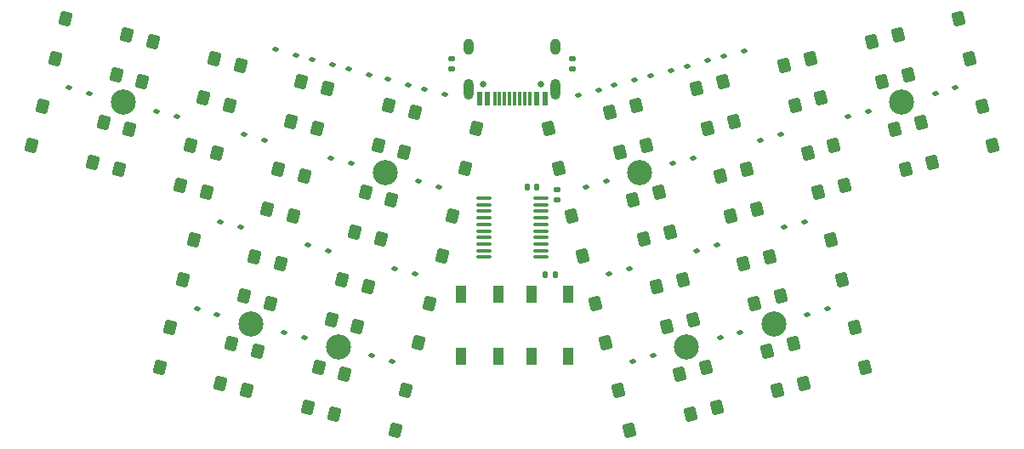
<source format=gbr>
%TF.GenerationSoftware,KiCad,Pcbnew,7.0.8*%
%TF.CreationDate,2024-01-22T23:57:30-06:00*%
%TF.ProjectId,idawgz32,69646177-677a-4333-922e-6b696361645f,rev?*%
%TF.SameCoordinates,Original*%
%TF.FileFunction,Soldermask,Top*%
%TF.FilePolarity,Negative*%
%FSLAX46Y46*%
G04 Gerber Fmt 4.6, Leading zero omitted, Abs format (unit mm)*
G04 Created by KiCad (PCBNEW 7.0.8) date 2024-01-22 23:57:30*
%MOMM*%
%LPD*%
G01*
G04 APERTURE LIST*
G04 Aperture macros list*
%AMRoundRect*
0 Rectangle with rounded corners*
0 $1 Rounding radius*
0 $2 $3 $4 $5 $6 $7 $8 $9 X,Y pos of 4 corners*
0 Add a 4 corners polygon primitive as box body*
4,1,4,$2,$3,$4,$5,$6,$7,$8,$9,$2,$3,0*
0 Add four circle primitives for the rounded corners*
1,1,$1+$1,$2,$3*
1,1,$1+$1,$4,$5*
1,1,$1+$1,$6,$7*
1,1,$1+$1,$8,$9*
0 Add four rect primitives between the rounded corners*
20,1,$1+$1,$2,$3,$4,$5,0*
20,1,$1+$1,$4,$5,$6,$7,0*
20,1,$1+$1,$6,$7,$8,$9,0*
20,1,$1+$1,$8,$9,$2,$3,0*%
G04 Aperture macros list end*
%ADD10R,1.100000X1.800000*%
%ADD11RoundRect,0.171429X-0.550772X-0.399638X0.277164X-0.621483X0.550772X0.399638X-0.277164X0.621483X0*%
%ADD12RoundRect,0.171429X-0.277164X-0.621483X0.550772X-0.399638X0.277164X0.621483X-0.550772X0.399638X0*%
%ADD13RoundRect,0.112500X-0.151994X-0.157195X0.210228X-0.060138X0.151994X0.157195X-0.210228X0.060138X0*%
%ADD14C,2.500000*%
%ADD15RoundRect,0.112500X0.210228X0.060138X-0.151994X0.157195X-0.210228X-0.060138X0.151994X-0.157195X0*%
%ADD16RoundRect,0.135000X0.135000X0.185000X-0.135000X0.185000X-0.135000X-0.185000X0.135000X-0.185000X0*%
%ADD17RoundRect,0.140000X0.170000X-0.140000X0.170000X0.140000X-0.170000X0.140000X-0.170000X-0.140000X0*%
%ADD18RoundRect,0.140000X0.140000X0.170000X-0.140000X0.170000X-0.140000X-0.170000X0.140000X-0.170000X0*%
%ADD19RoundRect,0.135000X0.185000X-0.135000X0.185000X0.135000X-0.185000X0.135000X-0.185000X-0.135000X0*%
%ADD20RoundRect,0.100000X-0.637500X-0.100000X0.637500X-0.100000X0.637500X0.100000X-0.637500X0.100000X0*%
%ADD21O,1.000000X1.600000*%
%ADD22O,1.000000X2.100000*%
%ADD23R,0.600000X1.450000*%
%ADD24R,0.300000X1.450000*%
%ADD25C,0.650000*%
G04 APERTURE END LIST*
D10*
%TO.C,SW42*%
X70101412Y-70016111D03*
X70101412Y-63816111D03*
X73801412Y-70016111D03*
X73801412Y-63816111D03*
%TD*%
D11*
%TO.C,SW3*%
X39462028Y-38720270D03*
X45547360Y-40350830D03*
X38400870Y-42680566D03*
X44486202Y-44311126D03*
%TD*%
D12*
%TO.C,SW8*%
X87515457Y-45009576D03*
X93600789Y-43379016D03*
X88576615Y-48969872D03*
X94661947Y-47339312D03*
%TD*%
D13*
%TO.C,D30*%
X95897912Y-68179535D03*
X97926356Y-67636015D03*
%TD*%
D14*
%TO.C,H4*%
X113986730Y-44732180D03*
%TD*%
D11*
%TO.C,SW23*%
X52189952Y-60765680D03*
X58275284Y-62396240D03*
X51128794Y-64725976D03*
X57214126Y-66356536D03*
%TD*%
D15*
%TO.C,D29*%
X54551573Y-68179536D03*
X52523129Y-67636016D03*
%TD*%
D11*
%TO.C,SW25*%
X60883287Y-63095050D03*
X66968619Y-64725610D03*
X59822129Y-67055346D03*
X65907461Y-68685906D03*
%TD*%
D15*
%TO.C,D15*%
X50516986Y-48463496D03*
X48488542Y-47919976D03*
%TD*%
D13*
%TO.C,D6*%
X89014920Y-42071369D03*
X91043364Y-41527849D03*
%TD*%
D16*
%TO.C,R1*%
X79476929Y-61916107D03*
X78456929Y-61916107D03*
%TD*%
D11*
%TO.C,SW21*%
X43496619Y-58436309D03*
X49581951Y-60066869D03*
X42435461Y-62396605D03*
X48520793Y-64027165D03*
%TD*%
D13*
%TO.C,D24*%
X93568541Y-59486199D03*
X95596985Y-58942679D03*
%TD*%
%TO.C,D18*%
X91239168Y-50792870D03*
X93267612Y-50249350D03*
%TD*%
D15*
%TO.C,D3*%
X57328532Y-40971161D03*
X55300088Y-40427641D03*
%TD*%
D13*
%TO.C,D2*%
X96259361Y-40130226D03*
X98287805Y-39586706D03*
%TD*%
%TO.C,D10*%
X117319165Y-43804758D03*
X119347609Y-43261238D03*
%TD*%
D12*
%TO.C,SW24*%
X92174199Y-62396242D03*
X98259531Y-60765682D03*
X93235357Y-66356538D03*
X99320689Y-64725978D03*
%TD*%
D13*
%TO.C,D14*%
X110654278Y-45590608D03*
X108625834Y-46134128D03*
%TD*%
D11*
%TO.C,SW19*%
X63212657Y-54401716D03*
X69297989Y-56032276D03*
X62151499Y-58362012D03*
X68236831Y-59992572D03*
%TD*%
D12*
%TO.C,SW2*%
X113595457Y-38021460D03*
X119680789Y-36390900D03*
X114656615Y-41981756D03*
X120741947Y-40351196D03*
%TD*%
D11*
%TO.C,SW13*%
X37132661Y-47413601D03*
X43217993Y-49044161D03*
X36071503Y-51373897D03*
X42156835Y-53004457D03*
%TD*%
%TO.C,SW1*%
X30768698Y-36390906D03*
X36854030Y-38021466D03*
X29707540Y-40351202D03*
X35792872Y-41981762D03*
%TD*%
D14*
%TO.C,H3*%
X87906733Y-51720292D03*
%TD*%
D11*
%TO.C,SW11*%
X65542027Y-45708386D03*
X71627359Y-47338946D03*
X64480869Y-49668682D03*
X70566201Y-51299242D03*
%TD*%
D12*
%TO.C,SW26*%
X83480869Y-64725613D03*
X89566201Y-63095053D03*
X84542027Y-68685909D03*
X90627359Y-67055349D03*
%TD*%
D15*
%TO.C,D19*%
X67903647Y-53122241D03*
X65875203Y-52578721D03*
%TD*%
D14*
%TO.C,H8*%
X101258808Y-66777589D03*
%TD*%
%TO.C,H2*%
X62542768Y-51720294D03*
%TD*%
D13*
%TO.C,D8*%
X85392695Y-43041940D03*
X87421139Y-42498420D03*
%TD*%
D17*
%TO.C,C1*%
X79716930Y-54416107D03*
X79716930Y-53456107D03*
%TD*%
D12*
%TO.C,SW6*%
X96208792Y-42680205D03*
X102294124Y-41049645D03*
X97269950Y-46640501D03*
X103355282Y-45009941D03*
%TD*%
D18*
%TO.C,C2*%
X77676928Y-53166111D03*
X76716928Y-53166111D03*
%TD*%
D13*
%TO.C,D4*%
X92637140Y-41100798D03*
X94665584Y-40557278D03*
%TD*%
%TO.C,D32*%
X87204582Y-70508906D03*
X89233026Y-69965386D03*
%TD*%
D19*
%TO.C,R5*%
X69216929Y-41426111D03*
X69216929Y-40406111D03*
%TD*%
D20*
%TO.C,U1*%
X72362242Y-54272148D03*
X72362242Y-54922148D03*
X72362242Y-55572148D03*
X72362242Y-56222148D03*
X72362242Y-56872148D03*
X72362242Y-57522148D03*
X72362242Y-58172148D03*
X72362242Y-58822148D03*
X72362242Y-59472148D03*
X72362242Y-60122148D03*
X78087242Y-60122148D03*
X78087242Y-59472148D03*
X78087242Y-58822148D03*
X78087242Y-58172148D03*
X78087242Y-57522148D03*
X78087242Y-56872148D03*
X78087242Y-56222148D03*
X78087242Y-55572148D03*
X78087242Y-54922148D03*
X78087242Y-54272148D03*
%TD*%
D14*
%TO.C,H6*%
X57884029Y-69106956D03*
%TD*%
D13*
%TO.C,D16*%
X99932500Y-48463498D03*
X101960944Y-47919978D03*
%TD*%
%TO.C,D20*%
X82545836Y-53122241D03*
X84574280Y-52578721D03*
%TD*%
D12*
%TO.C,SW18*%
X89844832Y-53702907D03*
X95930164Y-52072347D03*
X90905990Y-57663203D03*
X96991322Y-56032643D03*
%TD*%
%TO.C,SW16*%
X98538160Y-51373537D03*
X104623492Y-49742977D03*
X99599318Y-55333833D03*
X105684650Y-53703273D03*
%TD*%
D13*
%TO.C,D12*%
X81770474Y-44012514D03*
X83798918Y-43468994D03*
%TD*%
%TO.C,D26*%
X84875210Y-61815572D03*
X86903654Y-61272052D03*
%TD*%
D11*
%TO.C,SW29*%
X49860580Y-69459013D03*
X55945912Y-71089573D03*
X48799422Y-73419309D03*
X54884754Y-75049869D03*
%TD*%
D19*
%TO.C,R4*%
X81216930Y-41426108D03*
X81216930Y-40406108D03*
%TD*%
D15*
%TO.C,D11*%
X68484975Y-43960520D03*
X66456531Y-43417000D03*
%TD*%
D12*
%TO.C,SW32*%
X85810241Y-73418945D03*
X91895573Y-71788385D03*
X86871399Y-77379241D03*
X92956731Y-75748681D03*
%TD*%
%TO.C,SW12*%
X78822123Y-47338947D03*
X84907455Y-45708387D03*
X79883281Y-51299243D03*
X85968613Y-49668683D03*
%TD*%
D11*
%TO.C,SW15*%
X45825990Y-49742979D03*
X51911322Y-51373539D03*
X44764832Y-53703275D03*
X50850164Y-55333835D03*
%TD*%
D12*
%TO.C,SW14*%
X114377987Y-51373900D03*
X108292655Y-53004460D03*
X113316829Y-47413604D03*
X107231497Y-49044164D03*
%TD*%
D11*
%TO.C,SW5*%
X48155362Y-41049645D03*
X54240694Y-42680205D03*
X47094204Y-45009941D03*
X53179536Y-46640501D03*
%TD*%
D15*
%TO.C,D27*%
X45858243Y-65850164D03*
X43829799Y-65306644D03*
%TD*%
%TO.C,D13*%
X41823654Y-46134126D03*
X39795210Y-45590606D03*
%TD*%
D21*
%TO.C,J1*%
X70896927Y-39231110D03*
D22*
X70896927Y-43411110D03*
D21*
X79536927Y-39231110D03*
D22*
X79536927Y-43411110D03*
D23*
X78466927Y-44326110D03*
X77666927Y-44326110D03*
D24*
X76966927Y-44326110D03*
X75966927Y-44326110D03*
X74466927Y-44326110D03*
X73466927Y-44326110D03*
D23*
X72766927Y-44326110D03*
X71966927Y-44326110D03*
X71966927Y-44326110D03*
X72766927Y-44326110D03*
D24*
X73966927Y-44326110D03*
X74966927Y-44326110D03*
X75466927Y-44326110D03*
X76466927Y-44326110D03*
D23*
X77666927Y-44326110D03*
X78466927Y-44326110D03*
D25*
X72326927Y-42881110D03*
X78106927Y-42881110D03*
%TD*%
D14*
%TO.C,H1*%
X36462770Y-44732178D03*
%TD*%
D12*
%TO.C,SW28*%
X103196906Y-68760198D03*
X109282238Y-67129638D03*
X104258064Y-72720494D03*
X110343396Y-71089934D03*
%TD*%
D14*
%TO.C,H5*%
X49190693Y-66777586D03*
%TD*%
D12*
%TO.C,SW22*%
X100867534Y-60066867D03*
X106952866Y-58436307D03*
X101928692Y-64027163D03*
X108014024Y-62396603D03*
%TD*%
D11*
%TO.C,SW31*%
X58553910Y-71788382D03*
X64639242Y-73418942D03*
X57492752Y-75748678D03*
X63578084Y-77379238D03*
%TD*%
D15*
%TO.C,D7*%
X64862752Y-42989951D03*
X62834308Y-42446431D03*
%TD*%
D13*
%TO.C,D28*%
X104591243Y-65850165D03*
X106619687Y-65306645D03*
%TD*%
D15*
%TO.C,D5*%
X60950752Y-41941732D03*
X58922308Y-41398212D03*
%TD*%
%TO.C,D21*%
X48187613Y-57156829D03*
X46159169Y-56613309D03*
%TD*%
D13*
%TO.C,D22*%
X102261873Y-57156830D03*
X104290317Y-56613310D03*
%TD*%
D12*
%TO.C,SW10*%
X115924830Y-46714794D03*
X122010162Y-45084234D03*
X116985988Y-50675090D03*
X123071320Y-49044530D03*
%TD*%
D10*
%TO.C,SW41*%
X77101412Y-70016107D03*
X77101412Y-63816107D03*
X80801412Y-70016107D03*
X80801412Y-63816107D03*
%TD*%
D12*
%TO.C,SW20*%
X81151497Y-56032282D03*
X87236829Y-54401722D03*
X82212655Y-59992578D03*
X88297987Y-58362018D03*
%TD*%
%TO.C,SW30*%
X94503573Y-71089575D03*
X100588905Y-69459015D03*
X95564731Y-75049871D03*
X101650063Y-73419311D03*
%TD*%
D11*
%TO.C,SW7*%
X56848696Y-43379014D03*
X62934028Y-45009574D03*
X55787538Y-47339310D03*
X61872870Y-48969870D03*
%TD*%
D15*
%TO.C,D25*%
X65574279Y-61815575D03*
X63545835Y-61272055D03*
%TD*%
%TO.C,D23*%
X56880948Y-59486203D03*
X54852504Y-58942683D03*
%TD*%
%TO.C,D17*%
X59210319Y-50792870D03*
X57181875Y-50249350D03*
%TD*%
D11*
%TO.C,SW9*%
X28439327Y-45084233D03*
X34524659Y-46714793D03*
X27378169Y-49044529D03*
X33463501Y-50675089D03*
%TD*%
D15*
%TO.C,D9*%
X33130320Y-43804752D03*
X31101876Y-43261232D03*
%TD*%
%TO.C,D1*%
X53706309Y-40000593D03*
X51677865Y-39457073D03*
%TD*%
D12*
%TO.C,SW4*%
X112048613Y-42680567D03*
X105963281Y-44311127D03*
X110987455Y-38720271D03*
X104902123Y-40350831D03*
%TD*%
D11*
%TO.C,SW17*%
X54519322Y-52072351D03*
X60604654Y-53702911D03*
X53458164Y-56032647D03*
X59543496Y-57663207D03*
%TD*%
%TO.C,SW27*%
X41167248Y-67129646D03*
X47252580Y-68760206D03*
X40106090Y-71089942D03*
X46191422Y-72720502D03*
%TD*%
D15*
%TO.C,D31*%
X63244908Y-70508909D03*
X61216464Y-69965389D03*
%TD*%
D14*
%TO.C,H7*%
X92565475Y-69106957D03*
%TD*%
M02*

</source>
